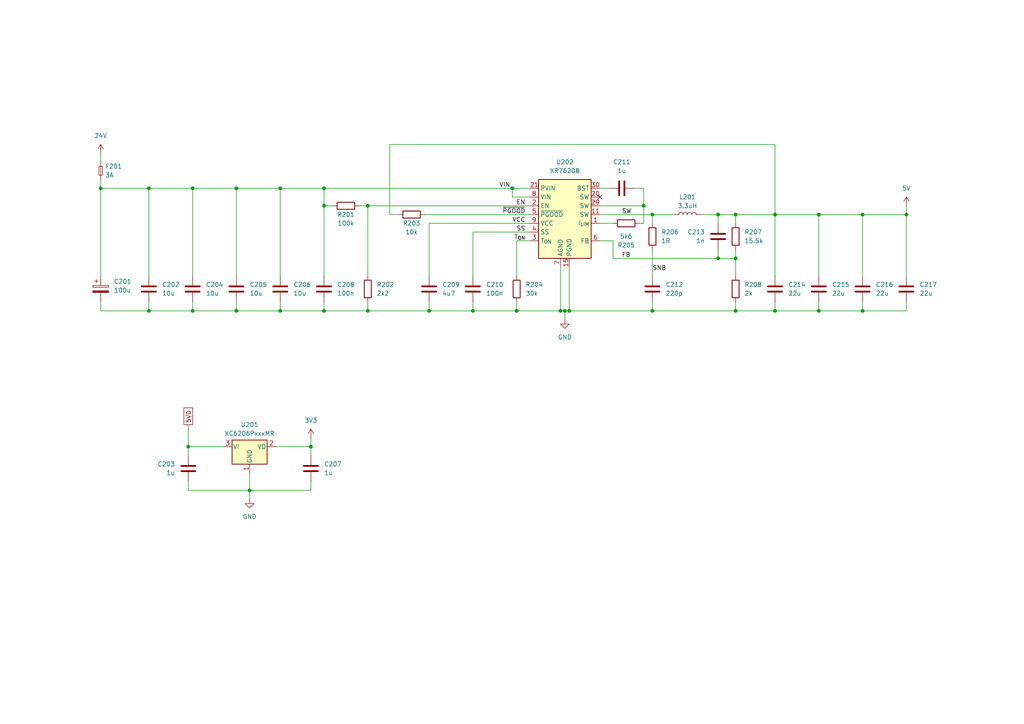
<source format=kicad_sch>
(kicad_sch (version 20250114) (generator "eeschema") (generator_version "9.0")
  (paper "A4")
  (title_block (title "EWS - Power, CANbus and USB HAT for 3D Printers") (date "2025-12-03") (rev "1.0") (company "Eduard Iten"))
  (lib_symbols
    (symbol "Device:C" (pin_numbers (hide yes)) (pin_names (offset 0.254))
      (property "Reference" "C" (at 0.635 2.54 0))
      (property "Value" "C" (at 0.635 -2.54 0))
      (symbol "C_0_1"
        (polyline (pts (xy -2.032 0.762) (xy 2.032 0.762)) (stroke (width 0.508)))
        (polyline (pts (xy -2.032 -0.762) (xy 2.032 -0.762)) (stroke (width 0.508)))
      )
      (symbol "C_1_1"
        (pin passive line (at 0 3.81 270) (length 2.794) (name "~") (number "1"))
        (pin passive line (at 0 -3.81 90) (length 2.794) (name "~") (number "2"))
      )
    )
    (symbol "Device:C_Polarized" (pin_numbers (hide yes)) (pin_names (offset 0.254))
      (property "Reference" "C" (at 0.635 2.54 0))
      (property "Value" "C_Polarized" (at 0.635 -2.54 0))
      (symbol "C_Polarized_0_1"
        (rectangle (start -2.286 0.508) (end 2.286 1.016))
        (polyline (pts (xy -1.778 2.286) (xy -0.762 2.286)))
        (polyline (pts (xy -1.27 2.794) (xy -1.27 1.778)))
        (rectangle (start 2.286 -0.508) (end -2.286 -1.016) (fill (type outline)))
      )
      (symbol "C_Polarized_1_1"
        (pin passive line (at 0 3.81 270) (length 2.794) (name "~") (number "1"))
        (pin passive line (at 0 -3.81 90) (length 2.794) (name "~") (number "2"))
      )
    )
    (symbol "Device:Fuse_Small" (pin_numbers (hide yes)) (pin_names (offset 0.254) (hide yes))
      (property "Reference" "F" (at 0 -1.524 0))
      (property "Value" "Fuse_Small" (at 0 1.524 0))
      (symbol "Fuse_Small_0_1"
        (rectangle (start -1.27 0.508) (end 1.27 -0.508))
        (polyline (pts (xy -1.27 0) (xy 1.27 0)))
      )
      (symbol "Fuse_Small_1_1"
        (pin passive line (at -2.54 0 0) (length 1.27) (name "~") (number "1"))
        (pin passive line (at 2.54 0 180) (length 1.27) (name "~") (number "2"))
      )
    )
    (symbol "Device:L" (pin_numbers (hide yes)) (pin_names (offset 1.016) (hide yes))
      (property "Reference" "L" (at -1.27 0 90))
      (property "Value" "L" (at 1.905 0 90))
      (symbol "L_0_1"
        (arc (start 0 2.54) (mid 0.6323 1.905) (end 0 1.27))
        (arc (start 0 1.27) (mid 0.6323 0.635) (end 0 0))
        (arc (start 0 0) (mid 0.6323 -0.635) (end 0 -1.27))
        (arc (start 0 -1.27) (mid 0.6323 -1.905) (end 0 -2.54))
      )
      (symbol "L_1_1"
        (pin passive line (at 0 3.81 270) (length 1.27) (name "1") (number "1"))
        (pin passive line (at 0 -3.81 90) (length 1.27) (name "2") (number "2"))
      )
    )
    (symbol "Device:R" (pin_numbers (hide yes)) (pin_names (offset 0))
      (property "Reference" "R" (at 2.032 0 90))
      (property "Value" "R" (at 0 0 90))
      (symbol "R_0_1"
        (rectangle (start -1.016 -2.54) (end 1.016 2.54) (stroke (width 0.254)))
      )
      (symbol "R_1_1"
        (pin passive line (at 0 3.81 270) (length 1.27) (name "~") (number "1"))
        (pin passive line (at 0 -3.81 90) (length 1.27) (name "~") (number "2"))
      )
    )
    (symbol "Regulator_Linear:XC6206PxxxMR" (pin_names (offset 0.254))
      (property "Reference" "U" (at -3.81 3.175 0))
      (property "Value" "XC6206PxxxMR" (at 0 3.175 0))
      (symbol "XC6206PxxxMR_0_1"
        (rectangle (start -5.08 1.905) (end 5.08 -5.08) (stroke (width 0.254)) (fill (type background)))
      )
      (symbol "XC6206PxxxMR_1_1"
        (pin power_in line (at -7.62 0 0) (length 2.54) (name "VI") (number "3"))
        (pin power_in line (at 0 -7.62 90) (length 2.54) (name "GND") (number "1"))
        (pin power_out line (at 7.62 0 180) (length 2.54) (name "VO") (number "2"))
      )
    )
    (symbol "power:+24V" (power) (pin_numbers (hide yes)) (pin_names (offset 0) (hide yes))
      (property "Value" "+24V" (at 0 3.556 0))
      (symbol "+24V_0_1"
        (polyline (pts (xy -0.762 1.27) (xy 0 2.54)))
        (polyline (pts (xy 0 2.54) (xy 0.762 1.27)))
        (polyline (pts (xy 0 0) (xy 0 2.54)))
      )
      (symbol "+24V_1_1"
        (pin power_in line (at 0 0 90) (length 0) (name "~") (number "1"))
      )
    )
    (symbol "power:+3.3V" (power) (pin_numbers (hide yes)) (pin_names (offset 0) (hide yes))
      (property "Value" "+3.3V" (at 0 3.556 0))
      (symbol "+3.3V_0_1"
        (polyline (pts (xy -0.762 1.27) (xy 0 2.54)))
        (polyline (pts (xy 0 2.54) (xy 0.762 1.27)))
        (polyline (pts (xy 0 0) (xy 0 2.54)))
      )
      (symbol "+3.3V_1_1"
        (pin power_in line (at 0 0 90) (length 0) (name "~") (number "1"))
      )
    )
    (symbol "power:GND" (power) (pin_numbers (hide yes)) (pin_names (offset 0) (hide yes))
      (property "Value" "GND" (at 0 -3.81 0))
      (symbol "GND_0_1"
        (polyline (pts (xy 0 0) (xy 0 -1.27) (xy 1.27 -1.27) (xy 0 -2.54) (xy -1.27 -1.27) (xy 0 -1.27)))
      )
      (symbol "GND_1_1"
        (pin power_in line (at 0 0 270) (length 0) (name "~") (number "1"))
      )
    )
    (symbol "project:XR76208"
      (property "Reference" "U" (at 0 15.24 0))
      (property "Value" "XR76208" (at 0 12.7 0))
      (symbol "XR76208_1_1"
        (rectangle (start -7.62 11.43) (end 7.62 -11.43) (stroke (width 0.254)) (fill (type background)))
        (pin power_in line (at -10.16 8.89 0) (length 2.54) (name "PVIN") (number "21"))
        (pin passive line (at -10.16 8.89 0) (length 2.54) (hide yes) (name "PVIN") (number "22"))
        (pin passive line (at -10.16 8.89 0) (length 2.54) (hide yes) (name "PVIN") (number "23"))
        (pin passive line (at -10.16 8.89 0) (length 2.54) (hide yes) (name "PVIN") (number "24"))
        (pin passive line (at -10.16 8.89 0) (length 2.54) (hide yes) (name "PVIN") (number "25"))
        (pin passive line (at -10.16 8.89 0) (length 2.54) (hide yes) (name "PVIN") (number "26"))
        (pin passive line (at -10.16 8.89 0) (length 2.54) (hide yes) (name "PVIN") (number "27"))
        (pin passive line (at -10.16 8.89 0) (length 2.54) (hide yes) (name "PVIN") (number "28"))
        (pin power_in line (at -10.16 6.35 0) (length 2.54) (name "VIN") (number "8"))
        (pin passive line (at -10.16 3.81 0) (length 2.54) (name "EN") (number "2"))
        (pin passive line (at -10.16 1.27 0) (length 2.54) (name "~{PGOOD}") (number "5"))
        (pin passive line (at -10.16 -1.27 0) (length 2.54) (name "VCC") (number "9"))
        (pin passive line (at -10.16 -3.81 0) (length 2.54) (name "SS") (number "4"))
        (pin passive line (at -10.16 -6.35 0) (length 2.54) (name "T_{ON}") (number "3"))
        (pin passive line (at -1.27 -13.97 90) (length 2.54) (hide yes) (name "AGND") (number "10"))
        (pin passive line (at -1.27 -13.97 90) (length 2.54) (hide yes) (name "AGND") (number "31"))
        (pin passive line (at -1.27 -13.97 90) (length 2.54) (name "AGND") (number "7"))
        (pin passive line (at 1.27 -13.97 90) (length 2.54) (name "PGND") (number "15"))
        (pin passive line (at 1.27 -13.97 90) (length 2.54) (hide yes) (name "PGND") (number "16"))
        (pin passive line (at 1.27 -13.97 90) (length 2.54) (hide yes) (name "PGND") (number "17"))
        (pin passive line (at 1.27 -13.97 90) (length 2.54) (hide yes) (name "PGND") (number "18"))
        (pin passive line (at 1.27 -13.97 90) (length 2.54) (hide yes) (name "PGND") (number "19"))
        (pin passive line (at 10.16 8.89 180) (length 2.54) (name "BST") (number "30"))
        (pin passive line (at 10.16 6.35 180) (length 2.54) (name "SW") (number "20"))
        (pin power_out line (at 10.16 3.81 180) (length 2.54) (name "SW") (number "29"))
        (pin passive line (at 10.16 1.27 180) (length 2.54) (name "SW") (number "11"))
        (pin passive line (at 10.16 1.27 180) (length 2.54) (hide yes) (name "SW") (number "12"))
        (pin passive line (at 10.16 1.27 180) (length 2.54) (hide yes) (name "SW") (number "13"))
        (pin passive line (at 10.16 1.27 180) (length 2.54) (hide yes) (name "SW") (number "14"))
        (pin passive line (at 10.16 -1.27 180) (length 2.54) (name "I_{LIM}") (number "1"))
        (pin passive line (at 10.16 -6.35 180) (length 2.54) (name "FB") (number "6"))
      )
    )
  )
  (junction (at 106.68 59.69))
  (junction (at 54.61 129.54))
  (junction (at 68.58 54.61))
  (junction (at 90.17 129.54))
  (junction (at 68.58 90.17))
  (junction (at 137.16 90.17))
  (junction (at 250.19 62.23))
  (junction (at 55.88 54.61))
  (junction (at 262.89 62.23))
  (junction (at 55.88 90.17))
  (junction (at 149.86 90.17))
  (junction (at 237.49 90.17))
  (junction (at 124.46 90.17))
  (junction (at 224.79 90.17))
  (junction (at 43.18 54.61))
  (junction (at 224.79 62.23))
  (junction (at 186.69 59.69))
  (junction (at 93.98 54.61))
  (junction (at 81.28 90.17))
  (junction (at 81.28 54.61))
  (junction (at 213.36 74.93))
  (junction (at 93.98 90.17))
  (junction (at 237.49 62.23))
  (junction (at 43.18 90.17))
  (junction (at 106.68 90.17))
  (junction (at 29.21 54.61))
  (junction (at 148.59 54.61))
  (junction (at 72.39 142.24))
  (junction (at 162.56 90.17))
  (junction (at 250.19 90.17))
  (junction (at 93.98 59.69))
  (junction (at 163.83 90.17))
  (junction (at 189.23 90.17))
  (junction (at 165.1 90.17))
  (junction (at 208.28 74.93))
  (junction (at 213.36 90.17))
  (junction (at 208.28 62.23))
  (junction (at 213.36 62.23))
  (junction (at 189.23 62.23))
  (no_connect (at 173.99 57.15))
  (wire (pts (xy 29.21 90.17) (xy 43.18 90.17)))
  (wire (pts (xy 137.16 67.31) (xy 153.67 67.31)))
  (wire (pts (xy 250.19 62.23) (xy 237.49 62.23)))
  (wire (pts (xy 80.01 129.54) (xy 90.17 129.54)))
  (wire (pts (xy 189.23 90.17) (xy 213.36 90.17)))
  (wire (pts (xy 106.68 87.63) (xy 106.68 90.17)))
  (wire (pts (xy 208.28 62.23) (xy 213.36 62.23)))
  (wire (pts (xy 123.19 62.23) (xy 153.67 62.23)))
  (wire (pts (xy 224.79 90.17) (xy 237.49 90.17)))
  (wire (pts (xy 72.39 142.24) (xy 90.17 142.24)))
  (wire (pts (xy 54.61 123.19) (xy 54.61 129.54)))
  (wire (pts (xy 68.58 54.61) (xy 68.58 80.01)))
  (wire (pts (xy 163.83 90.17) (xy 165.1 90.17)))
  (wire (pts (xy 189.23 72.39) (xy 189.23 80.01)))
  (wire (pts (xy 203.2 62.23) (xy 208.28 62.23)))
  (wire (pts (xy 104.14 59.69) (xy 106.68 59.69)))
  (wire (pts (xy 208.28 74.93) (xy 213.36 74.93)))
  (wire (pts (xy 29.21 54.61) (xy 43.18 54.61)))
  (wire (pts (xy 162.56 77.47) (xy 162.56 90.17)))
  (wire (pts (xy 43.18 54.61) (xy 43.18 80.01)))
  (wire (pts (xy 54.61 139.7) (xy 54.61 142.24)))
  (wire (pts (xy 189.23 87.63) (xy 189.23 90.17)))
  (wire (pts (xy 262.89 59.69) (xy 262.89 62.23)))
  (wire (pts (xy 173.99 62.23) (xy 189.23 62.23)))
  (wire (pts (xy 55.88 80.01) (xy 55.88 54.61)))
  (wire (pts (xy 29.21 44.45) (xy 29.21 46.99)))
  (wire (pts (xy 72.39 142.24) (xy 72.39 144.78)))
  (wire (pts (xy 68.58 87.63) (xy 68.58 90.17)))
  (wire (pts (xy 189.23 62.23) (xy 189.23 64.77)))
  (wire (pts (xy 93.98 90.17) (xy 106.68 90.17)))
  (wire (pts (xy 250.19 87.63) (xy 250.19 90.17)))
  (wire (pts (xy 43.18 90.17) (xy 55.88 90.17)))
  (wire (pts (xy 237.49 87.63) (xy 237.49 90.17)))
  (wire (pts (xy 149.86 69.85) (xy 149.86 80.01)))
  (wire (pts (xy 262.89 62.23) (xy 250.19 62.23)))
  (wire (pts (xy 43.18 87.63) (xy 43.18 90.17)))
  (wire (pts (xy 124.46 87.63) (xy 124.46 90.17)))
  (wire (pts (xy 250.19 80.01) (xy 250.19 62.23)))
  (wire (pts (xy 29.21 87.63) (xy 29.21 90.17)))
  (wire (pts (xy 262.89 87.63) (xy 262.89 90.17)))
  (wire (pts (xy 213.36 90.17) (xy 224.79 90.17)))
  (wire (pts (xy 149.86 69.85) (xy 153.67 69.85)))
  (wire (pts (xy 55.88 87.63) (xy 55.88 90.17)))
  (wire (pts (xy 90.17 127) (xy 90.17 129.54)))
  (wire (pts (xy 237.49 62.23) (xy 224.79 62.23)))
  (wire (pts (xy 165.1 77.47) (xy 165.1 90.17)))
  (wire (pts (xy 186.69 54.61) (xy 186.69 59.69)))
  (wire (pts (xy 208.28 62.23) (xy 208.28 64.77)))
  (wire (pts (xy 29.21 52.07) (xy 29.21 54.61)))
  (wire (pts (xy 148.59 57.15) (xy 153.67 57.15)))
  (wire (pts (xy 93.98 54.61) (xy 93.98 59.69)))
  (wire (pts (xy 208.28 72.39) (xy 208.28 74.93)))
  (wire (pts (xy 262.89 90.17) (xy 250.19 90.17)))
  (wire (pts (xy 93.98 87.63) (xy 93.98 90.17)))
  (wire (pts (xy 68.58 54.61) (xy 81.28 54.61)))
  (wire (pts (xy 54.61 142.24) (xy 72.39 142.24)))
  (wire (pts (xy 177.8 74.93) (xy 177.8 69.85)))
  (wire (pts (xy 81.28 54.61) (xy 81.28 80.01)))
  (wire (pts (xy 184.15 54.61) (xy 186.69 54.61)))
  (wire (pts (xy 177.8 74.93) (xy 208.28 74.93)))
  (wire (pts (xy 213.36 62.23) (xy 224.79 62.23)))
  (wire (pts (xy 224.79 62.23) (xy 224.79 80.01)))
  (wire (pts (xy 124.46 64.77) (xy 153.67 64.77)))
  (wire (pts (xy 54.61 129.54) (xy 54.61 132.08)))
  (wire (pts (xy 29.21 80.01) (xy 29.21 54.61)))
  (wire (pts (xy 137.16 90.17) (xy 149.86 90.17)))
  (wire (pts (xy 237.49 80.01) (xy 237.49 62.23)))
  (wire (pts (xy 81.28 54.61) (xy 93.98 54.61)))
  (wire (pts (xy 124.46 90.17) (xy 137.16 90.17)))
  (wire (pts (xy 213.36 62.23) (xy 213.36 64.77)))
  (wire (pts (xy 43.18 54.61) (xy 55.88 54.61)))
  (wire (pts (xy 124.46 80.01) (xy 124.46 64.77)))
  (wire (pts (xy 137.16 87.63) (xy 137.16 90.17)))
  (wire (pts (xy 93.98 80.01) (xy 93.98 59.69)))
  (wire (pts (xy 148.59 57.15) (xy 148.59 54.61)))
  (wire (pts (xy 237.49 90.17) (xy 250.19 90.17)))
  (wire (pts (xy 81.28 87.63) (xy 81.28 90.17)))
  (wire (pts (xy 113.03 62.23) (xy 113.03 41.91)))
  (wire (pts (xy 90.17 142.24) (xy 90.17 139.7)))
  (wire (pts (xy 93.98 54.61) (xy 148.59 54.61)))
  (wire (pts (xy 113.03 41.91) (xy 224.79 41.91)))
  (wire (pts (xy 262.89 80.01) (xy 262.89 62.23)))
  (wire (pts (xy 162.56 90.17) (xy 163.83 90.17)))
  (wire (pts (xy 106.68 90.17) (xy 124.46 90.17)))
  (wire (pts (xy 96.52 59.69) (xy 93.98 59.69)))
  (wire (pts (xy 224.79 41.91) (xy 224.79 62.23)))
  (wire (pts (xy 177.8 69.85) (xy 173.99 69.85)))
  (wire (pts (xy 55.88 54.61) (xy 68.58 54.61)))
  (wire (pts (xy 213.36 87.63) (xy 213.36 90.17)))
  (wire (pts (xy 189.23 62.23) (xy 195.58 62.23)))
  (wire (pts (xy 55.88 90.17) (xy 68.58 90.17)))
  (wire (pts (xy 173.99 59.69) (xy 186.69 59.69)))
  (wire (pts (xy 81.28 90.17) (xy 93.98 90.17)))
  (wire (pts (xy 54.61 129.54) (xy 64.77 129.54)))
  (wire (pts (xy 213.36 74.93) (xy 213.36 80.01)))
  (wire (pts (xy 149.86 90.17) (xy 162.56 90.17)))
  (wire (pts (xy 185.42 64.77) (xy 186.69 64.77)))
  (wire (pts (xy 68.58 90.17) (xy 81.28 90.17)))
  (wire (pts (xy 115.57 62.23) (xy 113.03 62.23)))
  (wire (pts (xy 163.83 90.17) (xy 163.83 92.71)))
  (wire (pts (xy 137.16 80.01) (xy 137.16 67.31)))
  (wire (pts (xy 106.68 59.69) (xy 106.68 80.01)))
  (wire (pts (xy 224.79 90.17) (xy 224.79 87.63)))
  (wire (pts (xy 148.59 54.61) (xy 153.67 54.61)))
  (wire (pts (xy 165.1 90.17) (xy 189.23 90.17)))
  (wire (pts (xy 173.99 64.77) (xy 177.8 64.77)))
  (wire (pts (xy 213.36 72.39) (xy 213.36 74.93)))
  (wire (pts (xy 149.86 87.63) (xy 149.86 90.17)))
  (wire (pts (xy 90.17 132.08) (xy 90.17 129.54)))
  (wire (pts (xy 173.99 54.61) (xy 176.53 54.61)))
  (wire (pts (xy 186.69 64.77) (xy 186.69 59.69)))
  (wire (pts (xy 106.68 59.69) (xy 153.67 59.69)))
  (wire (pts (xy 72.39 137.16) (xy 72.39 142.24)))
  (label "FB" (at 180.34 74.93 0))
  (label "~{PGOOD}" (at 152.4 62.23 180))
  (label "SW" (at 180.34 62.23 0))
  (label "VCC" (at 152.4 64.77 180))
  (label "VIN" (at 144.78 54.61 0))
  (label "EN" (at 152.4 59.69 180))
  (label "SS" (at 152.4 67.31 180))
  (label "T_{ON}" (at 152.4 69.85 180))
  (label "SNB" (at 189.23 78.74 0))
  (global_label "5VD" (shape passive) (at 54.61 123.19 90) (property "Intersheetrefs" "${INTERSHEET_REFS}" (effects (hide yes))))
  (symbol (lib_id "Device:C") (at 68.58 83.82 0) (unit 1)
    (property "Reference" "C205" (at 72.39 82.5499 0) (effects (justify left)))
    (property "Value" "10u" (at 72.39 85.0899 0) (effects (justify left)))
    (property "Footprint" "Capacitor_SMD:C_1206_3216Metric" (effects (hide yes)))
    (property "Description" "Unpolarized capacitor" (effects (hide yes)))
    (property "Manufacturer Part #" "CL31A106KBHNNNE" (effects (hide yes)))
    (property "LCSC Part #" "C13585" (effects (hide yes)))
  )
  (symbol (lib_id "Device:R") (at 213.36 68.58 0) (unit 1)
    (property "Reference" "R207" (at 215.9 67.3099 0) (effects (justify left)))
    (property "Value" "15.5k" (at 215.9 69.8499 0) (effects (justify left)))
    (property "Footprint" "Resistor_SMD:R_0402_1005Metric" (effects (hide yes)))
    (property "Description" "Resistor" (effects (hide yes)))
  )
  (symbol (lib_id "Device:R") (at 106.68 83.82 0) (unit 1)
    (property "Reference" "R202" (at 109.22 82.5499 0) (effects (justify left)))
    (property "Value" "2k2" (at 109.22 85.0899 0) (effects (justify left)))
    (property "Footprint" "Resistor_SMD:R_0402_1005Metric" (effects (hide yes)))
    (property "Description" "Resistor" (effects (hide yes)))
  )
  (symbol (lib_id "Device:C") (at 55.88 83.82 0) (unit 1)
    (property "Reference" "C204" (at 59.69 82.5499 0) (effects (justify left)))
    (property "Value" "10u" (at 59.69 85.0899 0) (effects (justify left)))
    (property "Footprint" "Capacitor_SMD:C_1206_3216Metric" (effects (hide yes)))
    (property "Description" "Unpolarized capacitor" (effects (hide yes)))
    (property "Manufacturer Part #" "CL31A106KBHNNNE" (effects (hide yes)))
    (property "LCSC Part #" "C13585" (effects (hide yes)))
  )
  (symbol (lib_id "power:+24V") (at 29.21 44.45 0) (unit 1)
    (property "Reference" "#PWR0201" (effects (hide yes)))
    (property "Value" "24V" (at 29.21 39.37 0))
    (property "Description" "Power symbol creates a global label with name \"+24V\"" (effects (hide yes)))
  )
  (symbol (lib_id "Device:C") (at 224.79 83.82 0) (unit 1)
    (property "Reference" "C214" (at 228.6 82.5499 0) (effects (justify left)))
    (property "Value" "22u" (at 228.6 85.0899 0) (effects (justify left)))
    (property "Footprint" "Capacitor_SMD:C_1206_3216Metric" (effects (hide yes)))
    (property "Description" "Unpolarized capacitor" (effects (hide yes)))
  )
  (symbol (lib_id "Device:C") (at 81.28 83.82 0) (unit 1)
    (property "Reference" "C206" (at 85.09 82.5499 0) (effects (justify left)))
    (property "Value" "10u" (at 85.09 85.0899 0) (effects (justify left)))
    (property "Footprint" "Capacitor_SMD:C_1206_3216Metric" (effects (hide yes)))
    (property "Description" "Unpolarized capacitor" (effects (hide yes)))
    (property "Manufacturer Part #" "CL31A106KBHNNNE" (effects (hide yes)))
    (property "LCSC Part #" "C13585" (effects (hide yes)))
  )
  (symbol (lib_id "Device:R") (at 181.61 64.77 270) (unit 1)
    (property "Reference" "R205" (at 181.61 71.12 90))
    (property "Value" "5k6" (at 181.61 68.58 90))
    (property "Footprint" "Resistor_SMD:R_0402_1005Metric" (effects (hide yes)))
    (property "Description" "Resistor" (effects (hide yes)))
  )
  (symbol (lib_id "Device:C_Polarized") (at 29.21 83.82 0) (unit 1)
    (property "Reference" "C201" (at 33.02 81.6609 0) (effects (justify left)))
    (property "Value" "100u" (at 33.02 84.2009 0) (effects (justify left)))
    (property "Footprint" "Capacitor_SMD:CP_Elec_6.3x7.7" (effects (hide yes)))
    (property "Description" "Polarized capacitor" (effects (hide yes)))
    (property "Manufacturer Part #" "RVT1H101M0607" (effects (hide yes)))
    (property "LCSC Part #" "C3151829" (effects (hide yes)))
  )
  (symbol (lib_id "power:GND") (at 72.39 144.78 0) (unit 1)
    (property "Reference" "#PWR0202" (effects (hide yes)))
    (property "Value" "GND" (at 72.39 149.86 0))
    (property "Description" "Power symbol creates a global label with name \"GND\" , ground" (effects (hide yes)))
  )
  (symbol (lib_id "Device:R") (at 213.36 83.82 0) (unit 1)
    (property "Reference" "R208" (at 215.9 82.5499 0) (effects (justify left)))
    (property "Value" "2k" (at 215.9 85.0899 0) (effects (justify left)))
    (property "Footprint" "Resistor_SMD:R_0402_1005Metric" (effects (hide yes)))
    (property "Description" "Resistor" (effects (hide yes)))
  )
  (symbol (lib_id "Device:C") (at 54.61 135.89 0) (mirror x) (unit 1)
    (property "Reference" "C203" (at 50.8 134.6199 0) (effects (justify right)))
    (property "Value" "1u" (at 50.8 137.1599 0) (effects (justify right)))
    (property "Footprint" "Capacitor_SMD:C_0402_1005Metric" (effects (hide yes)))
    (property "Description" "Unpolarized capacitor" (effects (hide yes)))
  )
  (symbol (lib_id "Device:R") (at 119.38 62.23 90) (mirror x) (unit 1)
    (property "Reference" "R203" (at 119.38 64.77 90))
    (property "Value" "10k" (at 119.38 67.31 90))
    (property "Footprint" "Resistor_SMD:R_0402_1005Metric" (effects (hide yes)))
    (property "Description" "Resistor" (effects (hide yes)))
  )
  (symbol (lib_id "Device:C") (at 93.98 83.82 0) (unit 1)
    (property "Reference" "C208" (at 97.79 82.5499 0) (effects (justify left)))
    (property "Value" "100n" (at 97.79 85.0899 0) (effects (justify left)))
    (property "Footprint" "Capacitor_SMD:C_0402_1005Metric" (effects (hide yes)))
    (property "Description" "Unpolarized capacitor" (effects (hide yes)))
  )
  (symbol (lib_id "power:+3.3V") (at 90.17 127 0) (unit 1)
    (property "Reference" "#PWR0203" (effects (hide yes)))
    (property "Value" "3V3" (at 90.17 121.92 0))
    (property "Description" "Power symbol creates a global label with name \"+3.3V\"" (effects (hide yes)))
  )
  (symbol (lib_id "Device:R") (at 149.86 83.82 0) (unit 1)
    (property "Reference" "R204" (at 152.4 82.5499 0) (effects (justify left)))
    (property "Value" "30k" (at 152.4 85.0899 0) (effects (justify left)))
    (property "Footprint" "Resistor_SMD:R_0402_1005Metric" (effects (hide yes)))
    (property "Description" "Resistor" (effects (hide yes)))
  )
  (symbol (lib_id "Device:C") (at 43.18 83.82 0) (unit 1)
    (property "Reference" "C202" (at 46.99 82.5499 0) (effects (justify left)))
    (property "Value" "10u" (at 46.99 85.0899 0) (effects (justify left)))
    (property "Footprint" "Capacitor_SMD:C_1206_3216Metric" (effects (hide yes)))
    (property "Description" "Unpolarized capacitor" (effects (hide yes)))
    (property "Manufacturer Part #" "CL31A106KBHNNNE" (effects (hide yes)))
    (property "LCSC Part #" "C13585" (effects (hide yes)))
  )
  (symbol (lib_id "Device:R") (at 189.23 68.58 0) (unit 1)
    (property "Reference" "R206" (at 191.77 67.3099 0) (effects (justify left)))
    (property "Value" "1R" (at 191.77 69.8499 0) (effects (justify left)))
    (property "Footprint" "Resistor_SMD:R_0603_1608Metric" (effects (hide yes)))
    (property "Description" "Resistor" (effects (hide yes)))
  )
  (symbol (lib_id "Device:C") (at 250.19 83.82 0) (unit 1)
    (property "Reference" "C216" (at 254 82.5499 0) (effects (justify left)))
    (property "Value" "22u" (at 254 85.0899 0) (effects (justify left)))
    (property "Footprint" "Capacitor_SMD:C_1206_3216Metric" (effects (hide yes)))
    (property "Description" "Unpolarized capacitor" (effects (hide yes)))
  )
  (symbol (lib_id "power:GND") (at 163.83 92.71 0) (unit 1)
    (property "Reference" "#PWR0204" (effects (hide yes)))
    (property "Value" "GND" (at 163.83 97.79 0))
    (property "Description" "Power symbol creates a global label with name \"GND\" , ground" (effects (hide yes)))
  )
  (symbol (lib_id "Device:L") (at 199.39 62.23 90) (unit 1)
    (property "Reference" "L201" (at 199.39 57.15 90))
    (property "Value" "3.3uH" (at 199.39 59.69 90))
    (property "Footprint" "Inductor_SMD:L_APV_APH1050" (effects (hide yes)))
    (property "Description" "Inductor" (effects (hide yes)))
    (property "Manufacturer Part #" "MDA1050-3R3M" (effects (hide yes)))
    (property "LCSC Part #" "C2847560" (effects (hide yes)))
  )
  (symbol (lib_id "project:XR76208") (at 163.83 63.5 0) (unit 1)
    (property "Reference" "U202" (at 163.83 46.99 0))
    (property "Value" "XR76208" (at 163.83 49.53 0))
    (property "Footprint" "project:IC_XR76203ELTR-F" (effects (hide yes)))
  )
  (symbol (lib_id "Device:C") (at 208.28 68.58 0) (mirror y) (unit 1)
    (property "Reference" "C213" (at 204.47 67.3099 0) (effects (justify left)))
    (property "Value" "1n" (at 204.47 69.8499 0) (effects (justify left)))
    (property "Footprint" "Capacitor_SMD:C_0402_1005Metric" (effects (hide yes)))
    (property "Description" "Unpolarized capacitor" (effects (hide yes)))
  )
  (symbol (lib_id "Device:Fuse_Small") (at 29.21 49.53 90) (unit 1)
    (property "Reference" "F201" (at 30.48 48.2599 90) (effects (justify right)))
    (property "Value" "3A" (at 30.48 50.7999 90) (effects (justify right)))
    (property "Footprint" "Fuse:Fuse_1206_3216Metric_Pad1.42x1.75mm_HandSolder" (effects (hide yes)))
    (property "Description" "Fuse, small symbol" (effects (hide yes)))
  )
  (symbol (lib_id "Device:C") (at 137.16 83.82 0) (unit 1)
    (property "Reference" "C210" (at 140.97 82.5499 0) (effects (justify left)))
    (property "Value" "100n" (at 140.97 85.0899 0) (effects (justify left)))
    (property "Footprint" "Capacitor_SMD:C_0402_1005Metric" (effects (hide yes)))
    (property "Description" "Unpolarized capacitor" (effects (hide yes)))
  )
  (symbol (lib_id "Device:R") (at 100.33 59.69 90) (mirror x) (unit 1)
    (property "Reference" "R201" (at 100.33 62.23 90))
    (property "Value" "100k" (at 100.33 64.77 90))
    (property "Footprint" "Resistor_SMD:R_0402_1005Metric" (effects (hide yes)))
    (property "Description" "Resistor" (effects (hide yes)))
  )
  (symbol (lib_id "Device:C") (at 262.89 83.82 0) (unit 1)
    (property "Reference" "C217" (at 266.7 82.5499 0) (effects (justify left)))
    (property "Value" "22u" (at 266.7 85.0899 0) (effects (justify left)))
    (property "Footprint" "Capacitor_SMD:C_1206_3216Metric" (effects (hide yes)))
    (property "Description" "Unpolarized capacitor" (effects (hide yes)))
  )
  (symbol (lib_id "Device:C") (at 90.17 135.89 180) (unit 1)
    (property "Reference" "C207" (at 93.98 134.6199 0) (effects (justify right)))
    (property "Value" "1u" (at 93.98 137.1599 0) (effects (justify right)))
    (property "Footprint" "Capacitor_SMD:C_0402_1005Metric" (effects (hide yes)))
    (property "Description" "Unpolarized capacitor" (effects (hide yes)))
  )
  (symbol (lib_id "Device:C") (at 180.34 54.61 90) (unit 1)
    (property "Reference" "C211" (at 180.34 46.99 90))
    (property "Value" "1u" (at 180.34 49.53 90))
    (property "Footprint" "Capacitor_SMD:C_0402_1005Metric" (effects (hide yes)))
    (property "Description" "Unpolarized capacitor" (effects (hide yes)))
  )
  (symbol (lib_id "power:+3.3V") (at 262.89 59.69 0) (unit 1)
    (property "Reference" "#PWR0205" (effects (hide yes)))
    (property "Value" "5V" (at 262.89 54.61 0))
    (property "Description" "Power symbol creates a global label with name \"+3.3V\"" (effects (hide yes)))
  )
  (symbol (lib_id "Device:C") (at 237.49 83.82 0) (unit 1)
    (property "Reference" "C215" (at 241.3 82.5499 0) (effects (justify left)))
    (property "Value" "22u" (at 241.3 85.0899 0) (effects (justify left)))
    (property "Footprint" "Capacitor_SMD:C_1206_3216Metric" (effects (hide yes)))
    (property "Description" "Unpolarized capacitor" (effects (hide yes)))
  )
  (symbol (lib_id "Regulator_Linear:XC6206PxxxMR") (at 72.39 129.54 0) (unit 1)
    (property "Reference" "U201" (at 72.39 123.19 0))
    (property "Value" "XC6206PxxxMR" (at 72.39 125.73 0))
    (property "Footprint" "Package_TO_SOT_SMD:SOT-23-3" (effects (hide yes)))
    (property "Datasheet" "https://www.torexsemi.com/file/xc6206/XC6206.pdf" (effects (hide yes)))
    (property "Description" "Positive 60-250mA Low Dropout Regulator, Fixed Output, SOT-23" (effects (hide yes)))
  )
  (symbol (lib_id "Device:C") (at 124.46 83.82 0) (unit 1)
    (property "Reference" "C209" (at 128.27 82.5499 0) (effects (justify left)))
    (property "Value" "4u7" (at 128.27 85.0899 0) (effects (justify left)))
    (property "Footprint" "Capacitor_SMD:C_0402_1005Metric" (effects (hide yes)))
    (property "Description" "Unpolarized capacitor" (effects (hide yes)))
    (property "Manufacturer Part #" "CL05A475MP5NRNC" (effects (hide yes)))
    (property "LCSC Part #" "C23733" (effects (hide yes)))
  )
  (symbol (lib_id "Device:C") (at 189.23 83.82 0) (unit 1)
    (property "Reference" "C212" (at 193.04 82.5499 0) (effects (justify left)))
    (property "Value" "220p" (at 193.04 85.0899 0) (effects (justify left)))
    (property "Footprint" "Capacitor_SMD:C_0603_1608Metric" (effects (hide yes)))
    (property "Description" "Unpolarized capacitor" (effects (hide yes)))
  )
)
</source>
